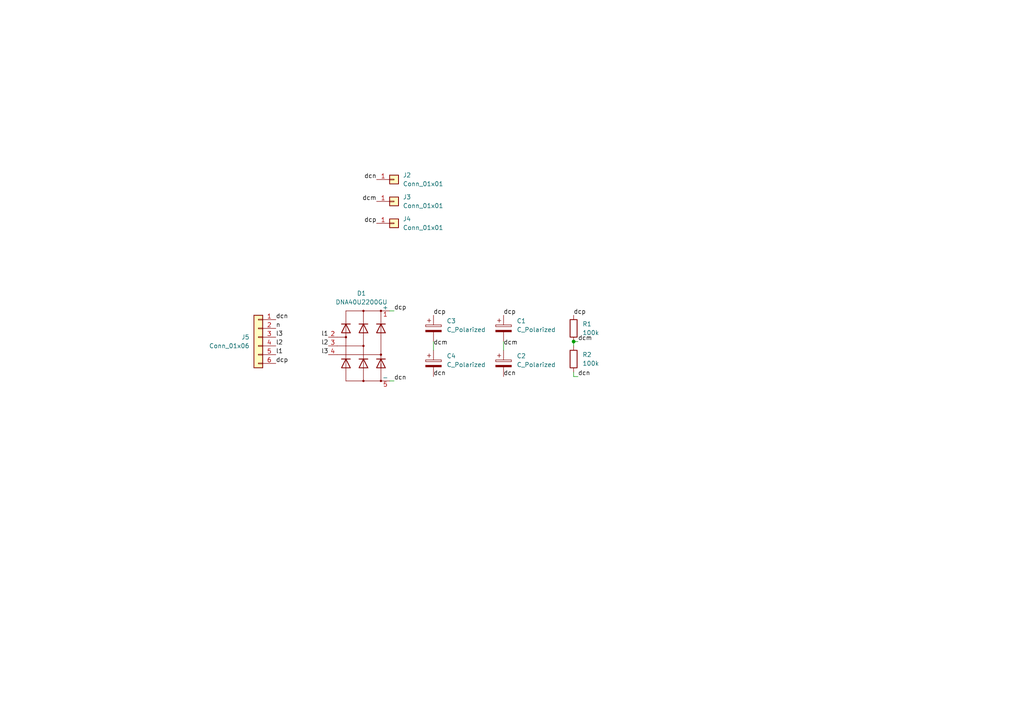
<source format=kicad_sch>
(kicad_sch (version 20231120) (generator "eeschema") (generator_version "8.0")
  (paper "A4")
  (lib_symbols
    (symbol "Connector_Generic:Conn_01x06" (pin_names (offset 1.016) hide)
      (property "Reference" "J" (at 0 7.62 0))
      (property "Value" "Conn_01x06" (at 0 -10.16 0))
      (symbol "Conn_01x06_1_1"
        (rectangle (start -1.27 -7.493) (end 0 -7.747) (stroke (width 0.1524)))
        (rectangle (start -1.27 -4.953) (end 0 -5.207) (stroke (width 0.1524)))
        (rectangle (start -1.27 -2.413) (end 0 -2.667) (stroke (width 0.1524)))
        (rectangle (start -1.27 0.127) (end 0 -0.127) (stroke (width 0.1524)))
        (rectangle (start -1.27 2.667) (end 0 2.413) (stroke (width 0.1524)))
        (rectangle (start -1.27 5.207) (end 0 4.953) (stroke (width 0.1524)))
        (rectangle (start -1.27 6.35) (end 1.27 -8.89) (stroke (width 0.254)) (fill (type background)))
        (pin passive line (at -5.08 5.08 0) (length 3.81) (name "Pin_1") (number "1"))
        (pin passive line (at -5.08 2.54 0) (length 3.81) (name "Pin_2") (number "2"))
        (pin passive line (at -5.08 0 0) (length 3.81) (name "Pin_3") (number "3"))
        (pin passive line (at -5.08 -2.54 0) (length 3.81) (name "Pin_4") (number "4"))
        (pin passive line (at -5.08 -5.08 0) (length 3.81) (name "Pin_5") (number "5"))
        (pin passive line (at -5.08 -7.62 0) (length 3.81) (name "Pin_6") (number "6"))
      )
    )
    (symbol "Device:C_Polarized" (pin_numbers hide) (pin_names (offset 0.254))
      (property "Reference" "C" (at 0.635 2.54 0))
      (property "Value" "C_Polarized" (at 0.635 -2.54 0))
      (symbol "C_Polarized_0_1"
        (rectangle (start -2.286 0.508) (end 2.286 1.016))
        (polyline (pts (xy -1.778 2.286) (xy -0.762 2.286)))
        (polyline (pts (xy -1.27 2.794) (xy -1.27 1.778)))
        (rectangle (start 2.286 -0.508) (end -2.286 -1.016) (fill (type outline)))
      )
      (symbol "C_Polarized_1_1"
        (pin passive line (at 0 3.81 270) (length 2.794) (name "~") (number "1"))
        (pin passive line (at 0 -3.81 90) (length 2.794) (name "~") (number "2"))
      )
    )
    (symbol "Diode_Bridge:DNA40U2200GU" (pin_names (offset 0))
      (property "Reference" "D" (at 0 17.78 0))
      (property "Value" "DNA40U2200GU" (at 0 15.24 0))
      (symbol "DNA40U2200GU_0_1"
        (circle (center -5.08 2.54) (radius 0.254) (fill (type outline)))
        (circle (center 0 -10.16) (radius 0.254) (fill (type outline)))
        (polyline (pts (xy -7.62 -2.54) (xy 5.08 -2.54)))
        (polyline (pts (xy -7.62 0) (xy 0 0)))
        (polyline (pts (xy -7.62 2.54) (xy -5.08 2.54)))
        (polyline (pts (xy -5.08 -10.16) (xy 5.08 -10.16)))
        (polyline (pts (xy -5.08 -6.35) (xy -5.08 -10.16)))
        (polyline (pts (xy -5.08 3.81) (xy -5.08 -3.81)))
        (polyline (pts (xy -5.08 10.16) (xy -5.08 6.35)))
        (polyline (pts (xy -5.08 10.16) (xy 5.08 10.16)))
        (polyline (pts (xy 0 -6.35) (xy 0 -10.16)))
        (polyline (pts (xy 0 3.81) (xy 0 -3.81)))
        (polyline (pts (xy 0 6.35) (xy 0 10.16)))
        (polyline (pts (xy 5.08 -10.16) (xy 5.08 -5.08)))
        (polyline (pts (xy 5.08 3.81) (xy 5.08 -3.81)))
        (polyline (pts (xy 5.08 10.16) (xy 5.08 6.35)))
        (circle (center 0 0) (radius 0.254) (fill (type outline)))
        (circle (center 0 10.16) (radius 0.254) (fill (type outline)))
        (circle (center 5.08 -10.16) (radius 0.254) (fill (type outline)))
        (circle (center 5.08 -2.54) (radius 0.254) (fill (type outline)))
        (circle (center 5.08 10.16) (radius 0.254) (fill (type outline)))
      )
      (symbol "DNA40U2200GU_1_1"
        (polyline (pts (xy -5.08 -6.35) (xy -5.08 -3.81)))
        (polyline (pts (xy -5.08 3.81) (xy -5.08 6.35)))
        (polyline (pts (xy -3.81 -3.81) (xy -6.35 -3.81)) (stroke (width 0.254)))
        (polyline (pts (xy -3.81 6.35) (xy -6.35 6.35)) (stroke (width 0.254)))
        (polyline (pts (xy 0 -6.35) (xy 0 -3.81)))
        (polyline (pts (xy 0 3.81) (xy 0 6.35)))
        (polyline (pts (xy 1.27 -3.81) (xy -1.27 -3.81)) (stroke (width 0.254)))
        (polyline (pts (xy 1.27 6.35) (xy -1.27 6.35)) (stroke (width 0.254)))
        (polyline (pts (xy 5.08 -6.35) (xy 5.08 -3.81)))
        (polyline (pts (xy 5.08 3.81) (xy 5.08 6.35)))
        (polyline (pts (xy 6.35 -3.81) (xy 3.81 -3.81)) (stroke (width 0.254)))
        (polyline (pts (xy 6.35 6.35) (xy 3.81 6.35)) (stroke (width 0.254)))
        (polyline (pts (xy -3.81 -6.35) (xy -6.35 -6.35) (xy -5.08 -3.81) (xy -3.81 -6.35)) (stroke (width 0.254)))
        (polyline (pts (xy -3.81 3.81) (xy -6.35 3.81) (xy -5.08 6.35) (xy -3.81 3.81)) (stroke (width 0.254)))
        (polyline (pts (xy 1.27 -6.35) (xy -1.27 -6.35) (xy 0 -3.81) (xy 1.27 -6.35)) (stroke (width 0.254)))
        (polyline (pts (xy 1.27 3.81) (xy -1.27 3.81) (xy 0 6.35) (xy 1.27 3.81)) (stroke (width 0.254)))
        (polyline (pts (xy 6.35 -6.35) (xy 3.81 -6.35) (xy 5.08 -3.81) (xy 6.35 -6.35)) (stroke (width 0.254)))
        (polyline (pts (xy 6.35 3.81) (xy 3.81 3.81) (xy 5.08 6.35) (xy 6.35 3.81)) (stroke (width 0.254)))
        (pin passive line (at 7.62 10.16 180) (length 2.54) (name "+") (number "1"))
        (pin passive line (at -10.16 2.54 0) (length 2.54) (name "~") (number "2"))
        (pin passive line (at -10.16 0 0) (length 2.54) (name "~") (number "3"))
        (pin passive line (at -10.16 -2.54 0) (length 2.54) (name "~") (number "4"))
        (pin passive line (at 7.62 -10.16 180) (length 2.54) (name "-") (number "5"))
      )
    )
    (symbol "HalfBridge_SiC:Conn_01x01" (pin_names (offset 1.016) hide)
      (property "Reference" "J" (at 0 2.54 0))
      (property "Value" "Conn_01x01" (at 0 -2.54 0))
      (symbol "Conn_01x01_1_1"
        (rectangle (start -1.27 0.127) (end 0 -0.127) (stroke (width 0.1524)))
        (rectangle (start -1.27 1.27) (end 1.27 -1.27) (stroke (width 0.254)) (fill (type background)))
        (pin passive line (at -5.08 0 0) (length 3.81) (name "Pin_1") (number "1"))
      )
    )
    (symbol "HalfBridge_SiC:R" (pin_numbers hide) (pin_names (offset 0))
      (property "Reference" "R" (at 2.032 0 90))
      (property "Value" "R" (at 0 0 90))
      (symbol "R_0_1"
        (rectangle (start -1.016 -2.54) (end 1.016 2.54) (stroke (width 0.254)))
      )
      (symbol "R_1_1"
        (pin passive line (at 0 3.81 270) (length 1.27) (name "~") (number "1"))
        (pin passive line (at 0 -3.81 90) (length 1.27) (name "~") (number "2"))
      )
    )
  )
  (junction (at 166.37 99.06))
  (wire (pts (xy 125.73 99.06) (xy 125.73 101.6)))
  (wire (pts (xy 146.05 99.06) (xy 146.05 101.6)))
  (wire (pts (xy 166.37 109.22) (xy 167.64 109.22)))
  (wire (pts (xy 113.03 90.17) (xy 114.3 90.17)))
  (wire (pts (xy 166.37 99.06) (xy 167.64 99.06)))
  (wire (pts (xy 166.37 107.95) (xy 166.37 109.22)))
  (wire (pts (xy 166.37 99.06) (xy 166.37 100.33)))
  (wire (pts (xy 113.03 110.49) (xy 114.3 110.49)))
  (label "l1" (at 80.01 102.87 0))
  (label "dcn" (at 167.64 109.22 0))
  (label "dcm" (at 146.05 100.33 0))
  (label "dcp" (at 109.22 64.77 180))
  (label "l1" (at 95.25 97.79 180))
  (label "dcn" (at 125.73 109.22 0))
  (label "l2" (at 80.01 100.33 0))
  (label "dcm" (at 125.73 100.33 0))
  (label "dcn" (at 80.01 92.71 0))
  (label "dcm" (at 167.64 99.06 0))
  (label "dcp" (at 146.05 91.44 0))
  (label "dcm" (at 109.22 58.42 180))
  (label "dcp" (at 80.01 105.41 0))
  (label "dcp" (at 125.73 91.44 0))
  (label "l2" (at 95.25 100.33 180))
  (label "dcn" (at 146.05 109.22 0))
  (label "dcn" (at 109.22 52.07 180))
  (label "dcn" (at 114.3 110.49 0))
  (label "l3" (at 80.01 97.79 0))
  (label "dcp" (at 114.3 90.17 0))
  (label "l3" (at 95.25 102.87 180))
  (label "n" (at 80.01 95.25 0))
  (label "dcp" (at 166.37 91.44 0))
  (symbol (lib_id "Connector_Generic:Conn_01x06") (at 74.93 97.79 0) (mirror y) (unit 1)
    (property "Reference" "J5" (at 72.39 97.7899 0) (effects (justify left)))
    (property "Value" "Conn_01x06" (at 72.39 100.3299 0) (effects (justify left)))
    (property "Footprint" "Connector_Phoenix_SPT:PhoenixContact_SPT_5_6-H-7.5-ZB_1x06_P7.5mm_Horizontal" (effects (hide yes)))
    (property "Description" "Generic connector, single row, 01x06, script generated (kicad-library-utils/schlib/autogen/connector/)" (effects (hide yes)))
  )
  (symbol (lib_id "HalfBridge_SiC:Conn_01x01") (at 114.3 52.07 0) (unit 1)
    (property "Reference" "J2" (at 116.84 50.7999 0) (effects (justify left)))
    (property "Value" "Conn_01x01" (at 116.84 53.3399 0) (effects (justify left)))
    (property "Footprint" "My_Connector:WP_SMRA_7466303" (effects (hide yes)))
    (property "Description" "Generic connector, single row, 01x01, script generated (kicad-library-utils/schlib/autogen/connector/)" (effects (hide yes)))
    (property "Part #" "7466303" (effects (hide yes)))
  )
  (symbol (lib_id "HalfBridge_SiC:R") (at 166.37 95.25 0) (unit 1)
    (property "Reference" "R1" (at 168.91 93.9799 0) (effects (justify left)))
    (property "Value" "100k" (at 168.91 96.5199 0) (effects (justify left)))
    (property "Footprint" "Resistor_THT:R_Axial_DIN0617_L17.0mm_D6.0mm_P30.48mm_Horizontal" (effects (hide yes)))
    (property "Description" "Resistor" (effects (hide yes)))
  )
  (symbol (lib_id "Device:C_Polarized") (at 146.05 95.25 0) (unit 1)
    (property "Reference" "C1" (at 149.86 93.0909 0) (effects (justify left)))
    (property "Value" "C_Polarized" (at 149.86 95.6309 0) (effects (justify left)))
    (property "Footprint" "My_Capacitor_THT:CP_Radial_D35.0mm_P22.50mm_SnapIn_4Pin_TDK_B43630" (effects (hide yes)))
    (property "Description" "Polarized capacitor" (effects (hide yes)))
  )
  (symbol (lib_id "Device:C_Polarized") (at 146.05 105.41 0) (unit 1)
    (property "Reference" "C2" (at 149.86 103.2509 0) (effects (justify left)))
    (property "Value" "C_Polarized" (at 149.86 105.7909 0) (effects (justify left)))
    (property "Footprint" "My_Capacitor_THT:CP_Radial_D35.0mm_P22.50mm_SnapIn_4Pin_TDK_B43630" (effects (hide yes)))
    (property "Description" "Polarized capacitor" (effects (hide yes)))
  )
  (symbol (lib_id "HalfBridge_SiC:Conn_01x01") (at 114.3 64.77 0) (unit 1)
    (property "Reference" "J4" (at 116.84 63.4999 0) (effects (justify left)))
    (property "Value" "Conn_01x01" (at 116.84 66.0399 0) (effects (justify left)))
    (property "Footprint" "My_Connector:WP_SMRA_7466303" (effects (hide yes)))
    (property "Description" "Generic connector, single row, 01x01, script generated (kicad-library-utils/schlib/autogen/connector/)" (effects (hide yes)))
    (property "Part #" "7466303" (effects (hide yes)))
  )
  (symbol (lib_id "Device:C_Polarized") (at 125.73 105.41 0) (unit 1)
    (property "Reference" "C4" (at 129.54 103.2509 0) (effects (justify left)))
    (property "Value" "C_Polarized" (at 129.54 105.7909 0) (effects (justify left)))
    (property "Footprint" "My_Capacitor_THT:CP_Radial_D35.0mm_P22.50mm_SnapIn_4Pin_TDK_B43630" (effects (hide yes)))
    (property "Description" "Polarized capacitor" (effects (hide yes)))
  )
  (symbol (lib_id "Device:C_Polarized") (at 125.73 95.25 0) (unit 1)
    (property "Reference" "C3" (at 129.54 93.0909 0) (effects (justify left)))
    (property "Value" "C_Polarized" (at 129.54 95.6309 0) (effects (justify left)))
    (property "Footprint" "My_Capacitor_THT:CP_Radial_D35.0mm_P22.50mm_SnapIn_4Pin_TDK_B43630" (effects (hide yes)))
    (property "Description" "Polarized capacitor" (effects (hide yes)))
  )
  (symbol (lib_id "HalfBridge_SiC:Conn_01x01") (at 114.3 58.42 0) (unit 1)
    (property "Reference" "J3" (at 116.84 57.1499 0) (effects (justify left)))
    (property "Value" "Conn_01x01" (at 116.84 59.6899 0) (effects (justify left)))
    (property "Footprint" "My_Connector:WP_SMRA_7466303" (effects (hide yes)))
    (property "Description" "Generic connector, single row, 01x01, script generated (kicad-library-utils/schlib/autogen/connector/)" (effects (hide yes)))
    (property "Part #" "7466303" (effects (hide yes)))
  )
  (symbol (lib_id "HalfBridge_SiC:R") (at 166.37 104.14 0) (unit 1)
    (property "Reference" "R2" (at 168.91 102.8699 0) (effects (justify left)))
    (property "Value" "100k" (at 168.91 105.4099 0) (effects (justify left)))
    (property "Footprint" "Resistor_THT:R_Axial_DIN0617_L17.0mm_D6.0mm_P30.48mm_Horizontal" (effects (hide yes)))
    (property "Description" "Resistor" (effects (hide yes)))
  )
  (symbol (lib_id "Diode_Bridge:DNA40U2200GU") (at 105.41 100.33 0) (unit 1)
    (property "Reference" "D1" (at 104.8385 85.09 0))
    (property "Value" "DNA40U2200GU" (at 104.8385 87.63 0))
    (property "Footprint" "Diode_THT:Diode_Bridge_IXYS_GUFP" (effects (hide yes)))
    (property "Datasheet" "https://ixapps.ixys.com/Datasheet/DNA40U2200GU.pdf" (effects (hide yes)))
    (property "Description" "690V Vrms, 40A If, GUFP(X025B)" (effects (hide yes)))
  )
)
</source>
